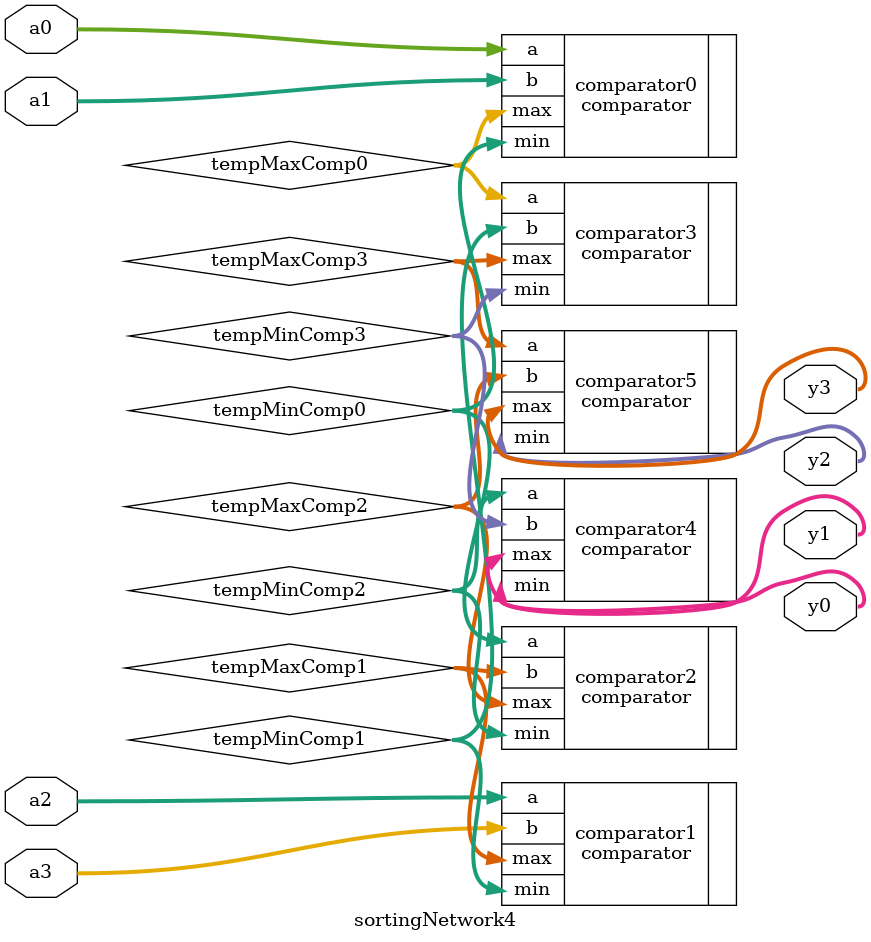
<source format=v>
module sortingNetwork4#(parameter WIDTH = 16)
(
	input [WIDTH-1:0]a0, 
	input	[WIDTH-1:0]a1,
	input	[WIDTH-1:0]a2,
	input	[WIDTH-1:0]a3,
	output [WIDTH-1:0]y0,
	output [WIDTH-1:0]y1,
	output [WIDTH-1:0]y2,
	output [WIDTH-1:0]y3
);

wire [WIDTH-1:0] tempMinComp0;
wire [WIDTH-1:0] tempMinComp1;
wire [WIDTH-1:0] tempMinComp2;
wire [WIDTH-1:0] tempMinComp3;

wire [WIDTH-1:0] tempMaxComp0;
wire [WIDTH-1:0] tempMaxComp1;
wire [WIDTH-1:0] tempMaxComp2;
wire [WIDTH-1:0] tempMaxComp3;

comparator#(.WIDTH(WIDTH)) comparator0
(
	.a(a0),
	.b(a1),
	.min(tempMinComp0),
	.max(tempMaxComp0)
);

comparator#(.WIDTH(WIDTH)) comparator1
(
	.a(a2),
	.b(a3),
	.min(tempMinComp1),
	.max(tempMaxComp1)
);

comparator#(.WIDTH(WIDTH)) comparator2
(
	.a(tempMinComp0),
	.b(tempMaxComp1),
	.min(tempMinComp2),
	.max(tempMaxComp2)
);

comparator#(.WIDTH(WIDTH)) comparator3
(
	.a(tempMaxComp0),
	.b(tempMinComp1),
	.min(tempMinComp3),
	.max(tempMaxComp3)
);
comparator#(.WIDTH(WIDTH)) comparator4
(
	.a(tempMinComp2),
	.b(tempMinComp3),
	.min(y0),
	.max(y1)
);

comparator#(.WIDTH(WIDTH)) comparator5
(
	.a(tempMaxComp3),
	.b(tempMaxComp2),
	.min(y2),
	.max(y3)
);

endmodule


</source>
